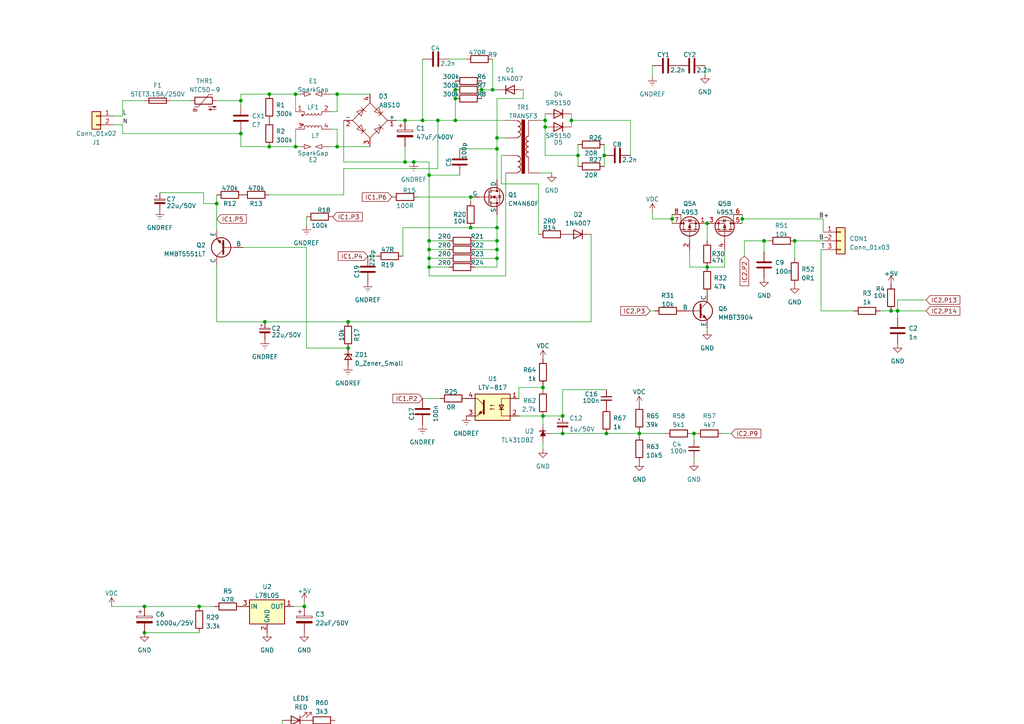
<source format=kicad_sch>
(kicad_sch (version 20230121) (generator eeschema)
  (paper "A4")
  (lib_symbols
    (symbol "Connector_Generic:Conn_01x02" (pin_names (offset 1.016) hide)
      (property "Reference" "J" (at 0 2.54 0))
      (property "Value" "Conn_01x02" (at 0 -5.08 0))
      (symbol "Conn_01x02_1_1"
        (pin passive line (at -5.08 0 0) (length 3.81) (name "Pin_1") (number "1"))
        (pin passive line (at -5.08 -2.54 0) (length 3.81) (name "Pin_2") (number "2"))
      )
    )
    (symbol "Connector_Generic:Conn_01x03" (pin_names (offset 1.016) hide)
      (property "Reference" "J" (at 0 5.08 0))
      (property "Value" "Conn_01x03" (at 0 -5.08 0))
      (symbol "Conn_01x03_1_1"
        (pin passive line (at -5.08 2.54 0) (length 3.81) (name "Pin_1") (number "1"))
        (pin passive line (at -5.08 0 0) (length 3.81) (name "Pin_2") (number "2"))
        (pin passive line (at -5.08 -2.54 0) (length 3.81) (name "Pin_3") (number "3"))
      )
    )
    (symbol "Device:C" (pin_numbers hide) (pin_names (offset 0.254))
      (property "Reference" "C" (at 0.635 2.54 0))
      (property "Value" "C" (at 0.635 -2.54 0))
      (symbol "C_1_1"
        (pin passive line (at 0 3.81 270) (length 2.794) (name "~") (number "1"))
        (pin passive line (at 0 -3.81 90) (length 2.794) (name "~") (number "2"))
      )
    )
    (symbol "Device:C_Polarized" (pin_numbers hide) (pin_names (offset 0.254))
      (property "Reference" "C" (at 0.635 2.54 0))
      (property "Value" "C_Polarized" (at 0.635 -2.54 0))
      (symbol "C_Polarized_1_1"
        (pin passive line (at 0 3.81 270) (length 2.794) (name "~") (number "1"))
        (pin passive line (at 0 -3.81 90) (length 2.794) (name "~") (number "2"))
      )
    )
    (symbol "Device:C_Polarized_Small" (pin_numbers hide) (pin_names (offset 0.254) hide)
      (property "Reference" "C" (at 0.254 1.778 0))
      (property "Value" "C_Polarized_Small" (at 0.254 -2.032 0))
      (symbol "C_Polarized_Small_1_1"
        (pin passive line (at 0 2.54 270) (length 1.8542) (name "~") (number "1"))
        (pin passive line (at 0 -2.54 90) (length 1.8542) (name "~") (number "2"))
      )
    )
    (symbol "Device:C_Small" (pin_numbers hide) (pin_names (offset 0.254) hide)
      (property "Reference" "C" (at 0.254 1.778 0))
      (property "Value" "C_Small" (at 0.254 -2.032 0))
      (symbol "C_Small_1_1"
        (pin passive line (at 0 2.54 270) (length 2.032) (name "~") (number "1"))
        (pin passive line (at 0 -2.54 90) (length 2.032) (name "~") (number "2"))
      )
    )
    (symbol "Device:D_Zener_Small" (pin_numbers hide) (pin_names (offset 0.254) hide)
      (property "Reference" "D" (at 0 2.286 0))
      (property "Value" "D_Zener_Small" (at 0 -2.286 0))
      (symbol "D_Zener_Small_1_1"
        (pin passive line (at -2.54 0 0) (length 1.778) (name "K") (number "1"))
        (pin passive line (at 2.54 0 180) (length 1.778) (name "A") (number "2"))
      )
    )
    (symbol "Device:Fuse" (pin_numbers hide) (pin_names (offset 0))
      (property "Reference" "F" (at 2.032 0 90))
      (property "Value" "Fuse" (at -1.905 0 90))
      (symbol "Fuse_1_1"
        (pin passive line (at 0 3.81 270) (length 1.27) (name "~") (number "1"))
        (pin passive line (at 0 -3.81 90) (length 1.27) (name "~") (number "2"))
      )
    )
    (symbol "Device:LED" (pin_numbers hide) (pin_names (offset 1.016) hide)
      (property "Reference" "D" (at 0 2.54 0))
      (property "Value" "LED" (at 0 -2.54 0))
      (symbol "LED_1_1"
        (pin passive line (at -3.81 0 0) (length 2.54) (name "K") (number "1"))
        (pin passive line (at 3.81 0 180) (length 2.54) (name "A") (number "2"))
      )
    )
    (symbol "Device:L_Coupled" (pin_names (offset 0.254) hide)
      (property "Reference" "L" (at 0 4.445 0))
      (property "Value" "L_Coupled" (at 0 -4.445 0))
      (symbol "L_Coupled_1_1"
        (pin passive line (at -5.08 2.54 0) (length 2.54) (name "1") (number "1"))
        (pin passive line (at 5.08 2.54 180) (length 2.54) (name "2") (number "2"))
        (pin passive line (at -5.08 -2.54 0) (length 2.54) (name "3") (number "3"))
        (pin passive line (at 5.08 -2.54 180) (length 2.54) (name "4") (number "4"))
      )
    )
    (symbol "Device:Q_Dual_PMOS_S1G1S2G2D2D2D1D1" (pin_names (offset 0) hide)
      (property "Reference" "Q" (at 6.35 1.27 0))
      (property "Value" "Q_Dual_PMOS_S1G1S2G2D2D2D1D1" (at 21.59 -1.27 0))
      (symbol "Q_Dual_PMOS_S1G1S2G2D2D2D1D1_1_1"
        (pin passive line (at 2.54 -5.08 90) (length 2.54) (name "S") (number "1"))
        (pin input line (at -5.08 0 0) (length 2.54) (name "G") (number "2"))
        (pin passive line (at 2.54 5.08 270) (length 2.54) (name "D") (number "7"))
        (pin passive line (at 5.08 5.08 270) (length 2.54) (name "G") (number "8"))
      )
      (symbol "Q_Dual_PMOS_S1G1S2G2D2D2D1D1_2_1"
        (pin passive line (at 2.54 -5.08 90) (length 2.54) (name "S") (number "3"))
        (pin input line (at -5.08 0 0) (length 2.54) (name "G") (number "4"))
        (pin passive line (at 2.54 5.08 270) (length 2.54) (name "D") (number "5"))
        (pin passive line (at 5.08 5.08 270) (length 2.54) (name "G") (number "6"))
      )
    )
    (symbol "Device:R" (pin_numbers hide) (pin_names (offset 0))
      (property "Reference" "R" (at 2.032 0 90))
      (property "Value" "R" (at 0 0 90))
      (symbol "R_1_1"
        (pin passive line (at 0 3.81 270) (length 1.27) (name "~") (number "1"))
        (pin passive line (at 0 -3.81 90) (length 1.27) (name "~") (number "2"))
      )
    )
    (symbol "Device:SparkGap" (pin_numbers hide) (pin_names (offset 0))
      (property "Reference" "E" (at 0 2.032 0))
      (property "Value" "SparkGap" (at 0 -1.905 0))
      (symbol "SparkGap_1_1"
        (pin passive line (at -5.08 0 0) (length 2.54) (name "~") (number "1"))
        (pin passive line (at 5.08 0 180) (length 2.54) (name "~") (number "2"))
      )
    )
    (symbol "Device:Thermistor_NTC" (pin_numbers hide) (pin_names (offset 0))
      (property "Reference" "TH" (at -4.445 0 90))
      (property "Value" "Thermistor_NTC" (at 3.175 0 90))
      (symbol "Thermistor_NTC_1_1"
        (pin passive line (at 0 3.81 270) (length 1.27) (name "~") (number "1"))
        (pin passive line (at 0 -3.81 90) (length 1.27) (name "~") (number "2"))
      )
    )
    (symbol "Diode:1N4007" (pin_numbers hide) (pin_names hide)
      (property "Reference" "D" (at 0 2.54 0))
      (property "Value" "1N4007" (at 0 -2.54 0))
      (symbol "1N4007_1_1"
        (pin passive line (at -3.81 0 0) (length 2.54) (name "K") (number "1"))
        (pin passive line (at 3.81 0 180) (length 2.54) (name "A") (number "2"))
      )
    )
    (symbol "Diode_Bridge:ABS10" (pin_names (offset 0))
      (property "Reference" "D" (at 2.54 6.985 0))
      (property "Value" "ABS10" (at 2.54 5.08 0))
      (symbol "ABS10_1_1"
        (pin passive line (at 7.62 0 180) (length 2.54) (name "+") (number "1"))
        (pin passive line (at -7.62 0 0) (length 2.54) (name "-") (number "2"))
        (pin passive line (at 0 -7.62 90) (length 2.54) (name "~") (number "3"))
        (pin passive line (at 0 7.62 270) (length 2.54) (name "~") (number "4"))
      )
    )
    (symbol "Driver_Motor:A4953_LJ" (pin_names (offset 1.016))
      (property "Reference" "U" (at -7.62 8.89 0))
      (property "Value" "A4953_LJ" (at 5.08 8.89 0))
      (symbol "A4953_LJ_1_1"
        (pin power_in line (at 0 -10.16 90) (length 2.54) (name "GND") (number "1"))
        (pin input line (at -10.16 2.54 0) (length 2.54) (name "IN2") (number "2"))
        (pin input line (at -10.16 5.08 0) (length 2.54) (name "IN1") (number "3"))
        (pin passive line (at -10.16 -2.54 0) (length 2.54) (name "VREF") (number "4"))
        (pin power_in line (at 0 10.16 270) (length 2.54) (name "VBB") (number "5"))
        (pin power_out line (at 10.16 5.08 180) (length 2.54) (name "OUT1") (number "6"))
        (pin power_in line (at 10.16 0 180) (length 2.54) (name "LSS") (number "7"))
        (pin power_out line (at 10.16 2.54 180) (length 2.54) (name "OUT2") (number "8"))
        (pin power_in line (at 2.54 -10.16 90) (length 2.54) (name "PAD") (number "9"))
      )
    )
    (symbol "Isolator:LTV-817" (pin_names (offset 1.016))
      (property "Reference" "U" (at -5.08 5.08 0))
      (property "Value" "LTV-817" (at 0 5.08 0))
      (symbol "LTV-817_1_1"
        (pin passive line (at -7.62 2.54 0) (length 2.54) (name "~") (number "1"))
        (pin passive line (at -7.62 -2.54 0) (length 2.54) (name "~") (number "2"))
        (pin passive line (at 7.62 -2.54 180) (length 2.54) (name "~") (number "3"))
        (pin passive line (at 7.62 2.54 180) (length 2.54) (name "~") (number "4"))
      )
    )
    (symbol "Reference_Voltage:TL431DBZ" (pin_numbers hide) (pin_names hide)
      (property "Reference" "U" (at -2.54 2.54 0))
      (property "Value" "TL431DBZ" (at 0 -2.54 0))
      (symbol "TL431DBZ_1_1"
        (pin passive line (at 2.54 0 180) (length 2.54) (name "K") (number "1"))
        (pin passive line (at 0 2.54 270) (length 2.54) (name "REF") (number "2"))
        (pin passive line (at -2.54 0 0) (length 2.54) (name "A") (number "3"))
      )
    )
    (symbol "Regulator_Linear:L78L05_SOT89" (pin_names (offset 0.254))
      (property "Reference" "U" (at -3.81 3.175 0))
      (property "Value" "L78L05_SOT89" (at -0.635 3.175 0))
      (symbol "L78L05_SOT89_1_1"
        (pin power_out line (at 7.62 0 180) (length 2.54) (name "OUT") (number "1"))
        (pin power_in line (at 0 -7.62 90) (length 2.54) (name "GND") (number "2"))
        (pin power_in line (at -7.62 0 0) (length 2.54) (name "IN") (number "3"))
      )
    )
    (symbol "Simulation_SPICE:NMOS" (pin_numbers hide) (pin_names (offset 0))
      (property "Reference" "Q" (at 5.08 1.27 0))
      (property "Value" "NMOS" (at 5.08 -1.27 0))
      (symbol "NMOS_1_1"
        (pin passive line (at 2.54 5.08 270) (length 2.54) (name "D") (number "1"))
        (pin input line (at -5.08 0 0) (length 2.54) (name "G") (number "2"))
        (pin passive line (at 2.54 -5.08 90) (length 2.54) (name "S") (number "3"))
      )
    )
    (symbol "Simulation_SPICE:NPN" (pin_numbers hide) (pin_names (offset 0))
      (property "Reference" "Q" (at -2.54 7.62 0))
      (property "Value" "NPN" (at -2.54 5.08 0))
      (symbol "NPN_1_1"
        (pin open_collector line (at 2.54 5.08 270) (length 2.54) (name "C") (number "1"))
        (pin input line (at -5.08 0 0) (length 2.54) (name "B") (number "2"))
        (pin open_emitter line (at 2.54 -5.08 90) (length 2.54) (name "E") (number "3"))
      )
    )
    (symbol "Simulation_SPICE:PNP" (pin_numbers hide) (pin_names (offset 0))
      (property "Reference" "Q" (at -2.54 7.62 0))
      (property "Value" "PNP" (at -2.54 5.08 0))
      (symbol "PNP_1_1"
        (pin open_collector line (at 2.54 5.08 270) (length 2.54) (name "C") (number "1"))
        (pin input line (at -5.08 0 0) (length 2.54) (name "B") (number "2"))
        (pin open_emitter line (at 2.54 -5.08 90) (length 2.54) (name "E") (number "3"))
      )
    )
    (symbol "Transformer:TRANSF3" (pin_numbers hide) (pin_names (offset 0))
      (property "Reference" "TR" (at 0 8.89 0))
      (property "Value" "TRANSF3" (at 0 -8.89 0))
      (symbol "TRANSF3_1_1"
        (pin passive line (at -5.08 7.62 0) (length 2.54) (name "~") (number "1"))
        (pin passive line (at -5.08 -7.62 0) (length 2.54) (name "~") (number "2"))
        (pin passive line (at 5.08 7.62 180) (length 2.54) (name "~") (number "3"))
        (pin passive line (at 5.08 2.54 180) (length 2.54) (name "~") (number "4"))
        (pin passive line (at 5.08 -2.54 180) (length 2.54) (name "~") (number "5"))
        (pin passive line (at 5.08 -7.62 180) (length 2.54) (name "~") (number "6"))
      )
    )
    (symbol "power:+5V" (power) (pin_names (offset 0))
      (property "Value" "+5V" (at 0 3.556 0))
      (symbol "+5V_1_1"
        (pin power_in line (at 0 0 90) (length 0) hide (name "+5V") (number "1"))
      )
    )
    (symbol "power:GND" (power) (pin_names (offset 0))
      (property "Value" "GND" (at 0 -3.81 0))
      (symbol "GND_1_1"
        (pin power_in line (at 0 0 270) (length 0) hide (name "GND") (number "1"))
      )
    )
    (symbol "power:GNDREF" (power) (pin_names (offset 0))
      (property "Value" "GNDREF" (at 0 -3.81 0))
      (symbol "GNDREF_1_1"
        (pin power_in line (at 0 0 270) (length 0) hide (name "GNDREF") (number "1"))
      )
    )
    (symbol "power:VDC" (power) (pin_names (offset 0))
      (property "Value" "VDC" (at 0 6.35 0))
      (symbol "VDC_1_1"
        (pin power_in line (at 0 0 90) (length 0) hide (name "VDC") (number "1"))
      )
    )
  )
  (junction (at 185.42 125.73))
  (junction (at 230.505 69.85))
  (junction (at 205.105 64.77))
  (junction (at 69.85 29.21))
  (junction (at 258.445 90.17))
  (junction (at 167.64 45.085))
  (junction (at 100.965 93.345))
  (junction (at 41.91 183.515))
  (junction (at 100.965 100.965))
  (junction (at 81.915 215.9))
  (junction (at 221.615 69.85))
  (junction (at 88.265 175.895))
  (junction (at 62.865 59.055))
  (junction (at 117.475 34.925))
  (junction (at 122.555 34.925))
  (junction (at 132.08 28.575))
  (junction (at 205.105 77.47))
  (junction (at 124.46 74.93))
  (junction (at 163.195 125.73))
  (junction (at 139.7 26.035))
  (junction (at 124.46 77.47))
  (junction (at 124.46 69.85))
  (junction (at 127 34.925))
  (junction (at 78.105 27.305))
  (junction (at 57.785 175.895))
  (junction (at 124.46 72.39))
  (junction (at 158.115 36.83))
  (junction (at 142.875 26.035))
  (junction (at 260.35 90.17))
  (junction (at 144.145 40.005))
  (junction (at 136.525 57.15))
  (junction (at 144.145 74.93))
  (junction (at 175.895 125.73))
  (junction (at 132.08 26.035))
  (junction (at 48.26 241.935))
  (junction (at 165.735 34.925))
  (junction (at 124.46 50.8))
  (junction (at 40.64 228.6))
  (junction (at 120.015 46.99))
  (junction (at 132.08 34.925))
  (junction (at 201.295 125.73))
  (junction (at 55.245 241.935))
  (junction (at 76.835 93.345))
  (junction (at 157.48 112.395))
  (junction (at 158.115 34.925))
  (junction (at 144.145 72.39))
  (junction (at 78.105 42.545))
  (junction (at 117.475 46.99))
  (junction (at 157.48 120.65))
  (junction (at 85.725 27.305))
  (junction (at 215.265 63.5))
  (junction (at 194.945 63.5))
  (junction (at 136.525 66.04))
  (junction (at 97.79 27.305))
  (junction (at 144.145 66.04))
  (junction (at 144.145 69.85))
  (junction (at 97.79 42.545))
  (junction (at 69.85 38.735))
  (junction (at 175.26 45.085))
  (junction (at 85.725 42.545))
  (junction (at 41.91 175.895))
  (junction (at 144.145 43.18))
  (junction (at 163.195 120.65))
  (wire (pts (xy 69.85 38.735) (xy 35.56 38.735)))
  (wire (pts (xy 124.46 69.85) (xy 130.175 69.85)))
  (wire (pts (xy 114.935 34.925) (xy 117.475 34.925)))
  (wire (pts (xy 40.64 220.98) (xy 48.26 220.98)))
  (wire (pts (xy 97.79 37.465) (xy 97.79 42.545)))
  (wire (pts (xy 117.475 46.99) (xy 120.015 46.99)))
  (wire (pts (xy 145.415 45.085) (xy 145.415 53.34)))
  (wire (pts (xy 99.695 46.99) (xy 117.475 46.99)))
  (wire (pts (xy 201.295 132.715) (xy 201.295 133.985)))
  (wire (pts (xy 59.055 59.055) (xy 62.865 59.055)))
  (wire (pts (xy 35.56 29.21) (xy 41.91 29.21)))
  (wire (pts (xy 230.505 69.85) (xy 238.76 69.85)))
  (wire (pts (xy 132.08 28.575) (xy 132.08 34.925)))
  (wire (pts (xy 55.245 249.555) (xy 55.245 250.825)))
  (wire (pts (xy 146.685 80.01) (xy 124.46 80.01)))
  (wire (pts (xy 122.555 34.925) (xy 127 34.925)))
  (wire (pts (xy 33.02 33.655) (xy 35.56 33.655)))
  (wire (pts (xy 144.145 26.035) (xy 142.875 26.035)))
  (wire (pts (xy 78.105 42.545) (xy 85.725 42.545)))
  (wire (pts (xy 124.46 72.39) (xy 130.175 72.39)))
  (wire (pts (xy 100.965 100.965) (xy 88.9 100.965)))
  (wire (pts (xy 171.45 67.945) (xy 171.45 93.345)))
  (wire (pts (xy 122.555 115.57) (xy 127.635 115.57)))
  (wire (pts (xy 48.26 241.935) (xy 55.245 241.935)))
  (wire (pts (xy 145.415 53.34) (xy 156.21 53.34)))
  (wire (pts (xy 76.835 93.345) (xy 62.865 93.345)))
  (wire (pts (xy 33.02 36.195) (xy 35.56 36.195)))
  (wire (pts (xy 100.965 93.345) (xy 76.835 93.345)))
  (wire (pts (xy 81.915 208.915) (xy 81.915 215.9)))
  (wire (pts (xy 165.735 34.925) (xy 165.735 36.83)))
  (wire (pts (xy 88.265 174.625) (xy 88.265 175.895)))
  (wire (pts (xy 127 34.925) (xy 132.08 34.925)))
  (wire (pts (xy 158.115 33.02) (xy 158.115 34.925)))
  (wire (pts (xy 117.475 34.925) (xy 122.555 34.925)))
  (wire (pts (xy 95.885 27.305) (xy 97.79 27.305)))
  (wire (pts (xy 167.64 45.085) (xy 158.115 45.085)))
  (wire (pts (xy 97.79 27.305) (xy 97.79 32.385)))
  (wire (pts (xy 221.615 73.025) (xy 221.615 69.85)))
  (wire (pts (xy 146.685 50.165) (xy 146.685 80.01)))
  (wire (pts (xy 144.145 77.47) (xy 144.145 74.93)))
  (wire (pts (xy 157.48 112.395) (xy 157.48 113.03)))
  (wire (pts (xy 116.84 66.04) (xy 116.84 74.295)))
  (wire (pts (xy 124.46 72.39) (xy 124.46 74.93)))
  (wire (pts (xy 69.85 29.21) (xy 69.85 30.48)))
  (wire (pts (xy 35.56 33.655) (xy 35.56 29.21)))
  (wire (pts (xy 156.21 53.34) (xy 156.21 67.945)))
  (wire (pts (xy 48.26 220.98) (xy 48.26 223.52)))
  (wire (pts (xy 139.7 26.035) (xy 139.7 28.575)))
  (wire (pts (xy 175.895 125.73) (xy 163.195 125.73)))
  (wire (pts (xy 69.85 29.21) (xy 69.85 27.305)))
  (wire (pts (xy 151.765 28.575) (xy 144.145 28.575)))
  (wire (pts (xy 137.795 77.47) (xy 144.145 77.47)))
  (wire (pts (xy 88.9 62.865) (xy 88.9 65.405)))
  (wire (pts (xy 158.115 45.085) (xy 158.115 36.83)))
  (wire (pts (xy 69.85 38.735) (xy 69.85 42.545)))
  (wire (pts (xy 124.46 50.8) (xy 133.35 50.8)))
  (wire (pts (xy 215.265 62.23) (xy 215.265 63.5)))
  (wire (pts (xy 157.48 111.76) (xy 157.48 112.395)))
  (wire (pts (xy 160.02 125.73) (xy 163.195 125.73)))
  (wire (pts (xy 194.945 62.23) (xy 194.945 63.5)))
  (wire (pts (xy 88.9 71.755) (xy 70.485 71.755)))
  (wire (pts (xy 221.615 69.85) (xy 222.885 69.85)))
  (wire (pts (xy 200.025 72.39) (xy 200.025 77.47)))
  (wire (pts (xy 137.795 72.39) (xy 144.145 72.39)))
  (wire (pts (xy 85.725 37.465) (xy 85.725 42.545)))
  (wire (pts (xy 175.26 45.085) (xy 175.26 48.26)))
  (wire (pts (xy 69.85 27.305) (xy 78.105 27.305)))
  (wire (pts (xy 210.185 77.47) (xy 205.105 77.47)))
  (wire (pts (xy 201.295 125.73) (xy 201.93 125.73)))
  (wire (pts (xy 122.555 17.145) (xy 122.555 34.925)))
  (wire (pts (xy 238.125 72.39) (xy 238.76 72.39)))
  (wire (pts (xy 144.145 40.005) (xy 144.145 43.18)))
  (wire (pts (xy 144.145 69.85) (xy 137.795 69.85)))
  (wire (pts (xy 182.88 34.925) (xy 182.88 45.085)))
  (wire (pts (xy 215.9 69.85) (xy 221.615 69.85)))
  (wire (pts (xy 144.145 74.93) (xy 144.145 72.39)))
  (wire (pts (xy 48.26 241.3) (xy 48.26 241.935)))
  (wire (pts (xy 144.145 62.23) (xy 144.145 66.04)))
  (wire (pts (xy 35.56 38.735) (xy 35.56 36.195)))
  (wire (pts (xy 57.785 175.895) (xy 62.23 175.895)))
  (wire (pts (xy 205.105 95.25) (xy 205.105 95.885)))
  (wire (pts (xy 132.08 26.035) (xy 132.08 28.575)))
  (wire (pts (xy 137.795 74.93) (xy 144.145 74.93)))
  (wire (pts (xy 189.23 61.595) (xy 189.23 63.5)))
  (wire (pts (xy 215.9 69.85) (xy 215.9 74.295)))
  (wire (pts (xy 204.47 19.05) (xy 204.47 21.59)))
  (wire (pts (xy 255.27 90.17) (xy 258.445 90.17)))
  (wire (pts (xy 41.91 175.895) (xy 57.785 175.895)))
  (wire (pts (xy 150.495 115.57) (xy 150.495 112.395)))
  (wire (pts (xy 142.875 17.145) (xy 142.875 26.035)))
  (wire (pts (xy 144.145 28.575) (xy 144.145 40.005)))
  (wire (pts (xy 165.735 33.02) (xy 165.735 34.925)))
  (wire (pts (xy 136.525 66.04) (xy 144.145 66.04)))
  (wire (pts (xy 95.885 37.465) (xy 97.79 37.465)))
  (wire (pts (xy 150.495 112.395) (xy 157.48 112.395)))
  (wire (pts (xy 78.105 56.515) (xy 99.695 56.515)))
  (wire (pts (xy 99.695 34.925) (xy 99.695 46.99)))
  (wire (pts (xy 142.875 26.035) (xy 139.7 26.035)))
  (wire (pts (xy 157.48 120.65) (xy 157.48 123.19)))
  (wire (pts (xy 132.08 23.495) (xy 132.08 26.035)))
  (wire (pts (xy 124.46 46.99) (xy 124.46 50.8)))
  (wire (pts (xy 189.23 63.5) (xy 194.945 63.5)))
  (wire (pts (xy 78.105 27.305) (xy 85.725 27.305)))
  (wire (pts (xy 97.79 27.305) (xy 107.315 27.305)))
  (wire (pts (xy 88.9 100.965) (xy 88.9 71.755)))
  (wire (pts (xy 146.685 40.005) (xy 144.145 40.005)))
  (wire (pts (xy 55.245 241.935) (xy 57.15 241.935)))
  (wire (pts (xy 258.445 90.17) (xy 260.35 90.17)))
  (wire (pts (xy 157.48 120.65) (xy 150.495 120.65)))
  (wire (pts (xy 215.265 63.5) (xy 238.76 63.5)))
  (wire (pts (xy 81.915 215.9) (xy 81.915 221.615)))
  (wire (pts (xy 238.125 90.17) (xy 247.65 90.17)))
  (wire (pts (xy 185.42 125.73) (xy 193.04 125.73)))
  (wire (pts (xy 201.295 125.73) (xy 201.295 127.635)))
  (wire (pts (xy 136.525 57.15) (xy 121.285 57.15)))
  (wire (pts (xy 97.79 42.545) (xy 107.315 42.545)))
  (wire (pts (xy 200.66 125.73) (xy 201.295 125.73)))
  (wire (pts (xy 157.48 120.65) (xy 163.195 120.65)))
  (wire (pts (xy 69.85 42.545) (xy 78.105 42.545)))
  (wire (pts (xy 132.08 34.925) (xy 146.685 34.925)))
  (wire (pts (xy 85.725 27.305) (xy 85.725 32.385)))
  (wire (pts (xy 188.595 90.17) (xy 189.865 90.17)))
  (wire (pts (xy 124.46 77.47) (xy 124.46 74.93)))
  (wire (pts (xy 78.74 215.9) (xy 81.915 215.9)))
  (wire (pts (xy 238.76 63.5) (xy 238.76 67.31)))
  (wire (pts (xy 116.84 66.04) (xy 136.525 66.04)))
  (wire (pts (xy 49.53 29.21) (xy 55.245 29.21)))
  (wire (pts (xy 215.265 63.5) (xy 215.265 64.77)))
  (wire (pts (xy 210.185 72.39) (xy 210.185 77.47)))
  (wire (pts (xy 106.68 74.295) (xy 109.22 74.295)))
  (wire (pts (xy 144.145 66.04) (xy 144.145 69.85)))
  (wire (pts (xy 69.215 215.9) (xy 71.12 215.9)))
  (wire (pts (xy 260.35 90.17) (xy 260.35 92.075)))
  (wire (pts (xy 175.26 41.91) (xy 175.26 45.085)))
  (wire (pts (xy 124.46 80.01) (xy 124.46 77.47)))
  (wire (pts (xy 97.79 42.545) (xy 95.885 42.545)))
  (wire (pts (xy 97.79 32.385) (xy 95.885 32.385)))
  (wire (pts (xy 120.015 46.99) (xy 124.46 46.99)))
  (wire (pts (xy 139.7 23.495) (xy 139.7 26.035)))
  (wire (pts (xy 124.46 69.85) (xy 124.46 72.39)))
  (wire (pts (xy 260.35 86.995) (xy 260.35 90.17)))
  (wire (pts (xy 99.695 56.515) (xy 99.695 48.895)))
  (wire (pts (xy 260.35 90.17) (xy 268.605 90.17)))
  (wire (pts (xy 48.26 241.935) (xy 48.26 243.205)))
  (wire (pts (xy 185.42 125.095) (xy 185.42 125.73)))
  (wire (pts (xy 175.895 125.73) (xy 185.42 125.73)))
  (wire (pts (xy 167.64 45.085) (xy 167.64 48.26)))
  (wire (pts (xy 130.175 77.47) (xy 124.46 77.47)))
  (wire (pts (xy 205.105 64.77) (xy 205.105 69.85)))
  (wire (pts (xy 200.025 77.47) (xy 205.105 77.47)))
  (wire (pts (xy 209.55 125.73) (xy 212.09 125.73)))
  (wire (pts (xy 99.695 48.895) (xy 127 48.895)))
  (wire (pts (xy 144.145 43.18) (xy 144.145 52.07)))
  (wire (pts (xy 165.735 34.925) (xy 182.88 34.925)))
  (wire (pts (xy 194.945 63.5) (xy 194.945 64.77)))
  (wire (pts (xy 46.355 55.88) (xy 59.055 55.88)))
  (wire (pts (xy 185.42 125.73) (xy 185.42 126.365)))
  (wire (pts (xy 157.48 128.27) (xy 157.48 130.175)))
  (wire (pts (xy 62.865 93.345) (xy 62.865 76.835)))
  (wire (pts (xy 117.475 42.545) (xy 117.475 46.99)))
  (wire (pts (xy 130.175 17.145) (xy 135.255 17.145)))
  (wire (pts (xy 144.145 72.39) (xy 144.145 69.85)))
  (wire (pts (xy 189.23 19.05) (xy 189.23 22.225)))
  (wire (pts (xy 268.605 86.995) (xy 260.35 86.995)))
  (wire (pts (xy 167.64 41.91) (xy 167.64 45.085)))
  (wire (pts (xy 127 48.895) (xy 127 34.925)))
  (wire (pts (xy 158.115 34.925) (xy 158.115 36.83)))
  (wire (pts (xy 62.865 59.055) (xy 62.865 66.675)))
  (wire (pts (xy 124.46 50.8) (xy 124.46 69.85)))
  (wire (pts (xy 238.125 72.39) (xy 238.125 90.17)))
  (wire (pts (xy 40.64 250.825) (xy 40.64 246.38)))
  (wire (pts (xy 41.91 183.515) (xy 57.785 183.515)))
  (wire (pts (xy 146.685 45.085) (xy 145.415 45.085)))
  (wire (pts (xy 156.845 34.925) (xy 158.115 34.925)))
  (wire (pts (xy 133.35 43.18) (xy 144.145 43.18)))
  (wire (pts (xy 32.385 175.895) (xy 41.91 175.895)))
  (wire (pts (xy 136.525 57.15) (xy 136.525 58.42)))
  (wire (pts (xy 163.195 113.03) (xy 163.195 120.65)))
  (wire (pts (xy 85.09 175.895) (xy 88.265 175.895)))
  (wire (pts (xy 230.505 69.85) (xy 230.505 74.93)))
  (wire (pts (xy 62.865 56.515) (xy 62.865 59.055)))
  (wire (pts (xy 62.865 29.21) (xy 69.85 29.21)))
  (wire (pts (xy 156.845 50.165) (xy 160.02 50.165)))
  (wire (pts (xy 171.45 93.345) (xy 100.965 93.345)))
  (wire (pts (xy 69.85 38.1) (xy 69.85 38.735)))
  (wire (pts (xy 59.055 55.88) (xy 59.055 59.055)))
  (wire (pts (xy 163.195 113.03) (xy 175.895 113.03)))
  (wire (pts (xy 151.765 26.035) (xy 151.765 28.575)))
  (wire (pts (xy 124.46 74.93) (xy 130.175 74.93)))
  (label "N" (at 35.56 36.195 0))
  (label "B-" (at 237.49 69.85 0))
  (label "B+" (at 44.45 220.98 0))
  (label "T" (at 238.125 72.39 0))
  (label "L" (at 35.56 33.655 0))
  (label "B+" (at 237.49 63.5 0))
  (global_label "IC2.P2" (shape input) (at 215.9 74.295 270) (property "Intersheetrefs" "${INTERSHEET_REFS}" (effects hide)))
  (global_label "IC1.P5" (shape input) (at 62.865 63.5 0) (property "Intersheetrefs" "${INTERSHEET_REFS}" (effects hide)))
  (global_label "IC2.P3" (shape input) (at 188.595 90.17 180) (property "Intersheetrefs" "${INTERSHEET_REFS}" (effects hide)))
  (global_label "IC2.P13" (shape input) (at 268.605 86.995 0) (property "Intersheetrefs" "${INTERSHEET_REFS}" (effects hide)))
  (global_label "IC2.P14" (shape input) (at 268.605 90.17 0) (property "Intersheetrefs" "${INTERSHEET_REFS}" (effects hide)))
  (global_label "IC1.P3" (shape input) (at 96.52 62.865 0) (property "Intersheetrefs" "${INTERSHEET_REFS}" (effects hide)))
  (global_label "IC1.P2" (shape input) (at 122.555 115.57 180) (property "Intersheetrefs" "${INTERSHEET_REFS}" (effects hide)))
  (global_label "IC1.P6" (shape input) (at 113.665 57.15 180) (property "Intersheetrefs" "${INTERSHEET_REFS}" (effects hide)))
  (global_label "IC2.P5" (shape input) (at 25.4 241.3 180) (property "Intersheetrefs" "${INTERSHEET_REFS}" (effects hide)))
  (global_label "IC2.P9" (shape input) (at 212.09 125.73 0) (property "Intersheetrefs" "${INTERSHEET_REFS}" (effects hide)))
  (global_label "IC1.P4" (shape input) (at 106.68 74.295 180) (property "Intersheetrefs" "${INTERSHEET_REFS}" (effects hide)))
  (global_label "IC2.P8" (shape input) (at 57.15 241.935 0) (property "Intersheetrefs" "${INTERSHEET_REFS}" (effects hide)))
  (symbol (lib_id "power:GNDREF") (at 122.555 123.19 0) (unit 1)
    (property "Reference" "#PWR023" (effects hide))
    (property "Value" "GNDREF" (at 122.555 128.27 0))
  )
  (symbol (lib_id "Device:R") (at 93.345 221.615 90) (unit 1)
    (property "Reference" "R61" (at 93.345 216.535 90))
    (property "Value" "470R" (at 93.345 219.075 90))
  )
  (symbol (lib_id "Device:Q_Dual_PMOS_S1G1S2G2D2D2D1D1") (at 210.185 67.31 270) (mirror x) (unit 2)
    (property "Reference" "Q5" (at 210.185 59.055 90))
    (property "Value" "4953" (at 210.185 61.595 90))
  )
  (symbol (lib_id "power:VDC") (at 157.48 104.14 0) (mirror y) (unit 1)
    (property "Reference" "#PWR011" (effects hide))
    (property "Value" "VDC" (at 157.48 100.33 0))
  )
  (symbol (lib_id "Device:R") (at 117.475 57.15 90) (unit 1)
    (property "Reference" "R15" (at 118.745 55.245 90))
    (property "Value" "100R" (at 117.475 59.69 90))
  )
  (symbol (lib_id "Device:R") (at 48.26 237.49 0) (mirror x) (unit 1)
    (property "Reference" "R48" (at 46.355 236.855 0) (effects (justify right)))
    (property "Value" "47k" (at 46.355 239.395 0) (effects (justify right)))
  )
  (symbol (lib_id "Diode:1N4007") (at 161.925 33.02 180) (unit 1)
    (property "Reference" "D4" (at 161.925 27.305 0))
    (property "Value" "SR5150" (at 161.925 29.845 0))
    (property "Footprint" "Diode_THT:D_DO-41_SOD81_P10.16mm_Horizontal" (effects hide))
    (property "Datasheet" "http://www.vishay.com/docs/88503/1n4001.pdf" (effects hide))
    (property "Sim.Device" "D" (effects hide))
    (property "Sim.Pins" "1=K 2=A" (effects hide))
  )
  (symbol (lib_id "Device:R") (at 157.48 116.84 0) (mirror x) (unit 1)
    (property "Reference" "R62" (at 155.575 116.205 0) (effects (justify right)))
    (property "Value" "2.7k" (at 155.575 118.745 0) (effects (justify right)))
  )
  (symbol (lib_id "power:GND") (at 260.35 99.695 0) (unit 1)
    (property "Reference" "#PWR010" (effects hide))
    (property "Value" "GND" (at 260.35 104.775 0))
  )
  (symbol (lib_id "Simulation_SPICE:NPN") (at 202.565 90.17 0) (unit 1)
    (property "Reference" "Q6" (at 208.28 89.535 0) (effects (justify left)))
    (property "Value" "MMBT3904" (at 208.28 92.075 0) (effects (justify left)))
    (property "Sim.Device" "NPN" (effects hide))
    (property "Sim.Type" "GUMMELPOON" (effects hide))
    (property "Sim.Pins" "1=C 2=B 3=E" (effects hide))
  )
  (symbol (lib_id "Device:R") (at 175.895 121.92 180) (unit 1)
    (property "Reference" "R67" (at 177.8 121.285 0) (effects (justify right)))
    (property "Value" "1k" (at 177.8 123.825 0) (effects (justify right)))
  )
  (symbol (lib_id "power:GNDREF") (at 46.355 60.96 0) (unit 1)
    (property "Reference" "#PWR027" (effects hide))
    (property "Value" "GNDREF" (at 46.355 66.04 0))
  )
  (symbol (lib_id "Device:R") (at 135.89 28.575 90) (unit 1)
    (property "Reference" "R8" (at 139.7 27.305 90))
    (property "Value" "300k" (at 130.81 27.305 90))
  )
  (symbol (lib_id "Device:R") (at 160.02 67.945 90) (unit 1)
    (property "Reference" "R14" (at 159.385 66.04 90))
    (property "Value" "2R0" (at 159.385 64.135 90))
  )
  (symbol (lib_id "Device:C") (at 221.615 76.835 0) (unit 1)
    (property "Reference" "C9" (at 224.79 76.2 0) (effects (justify left)))
    (property "Value" "100n" (at 224.79 78.74 0) (effects (justify left)))
  )
  (symbol (lib_id "Device:Fuse") (at 45.72 29.21 90) (unit 1)
    (property "Reference" "F1" (at 45.72 24.765 90))
    (property "Value" "5TET3.15A/250V" (at 45.72 27.305 90))
  )
  (symbol (lib_id "Device:C_Small") (at 201.295 130.175 0) (unit 1)
    (property "Reference" "C4" (at 194.945 128.905 0) (effects (justify left)))
    (property "Value" "100n" (at 194.31 130.81 0) (effects (justify left)))
  )
  (symbol (lib_id "Device:C") (at 200.66 19.05 90) (unit 1)
    (property "Reference" "CY2" (at 201.93 15.875 90) (effects (justify left)))
    (property "Value" "2.2n" (at 206.375 20.32 90) (effects (justify left)))
  )
  (symbol (lib_id "Transformer:TRANSF3") (at 151.765 42.545 180) (unit 1)
    (property "Reference" "TR1" (at 151.765 31.115 0))
    (property "Value" "TRANSF3" (at 151.765 33.655 0))
  )
  (symbol (lib_id "Reference_Voltage:TL431DBZ") (at 157.48 125.73 270) (mirror x) (unit 1)
    (property "Reference" "U2" (at 154.94 125.095 90) (effects (justify right)))
    (property "Value" "TL431DBZ" (at 154.94 127.635 90) (effects (justify right)))
    (property "Footprint" "Package_TO_SOT_SMD:SOT-23" (effects hide))
    (property "Datasheet" "http://www.ti.com/lit/ds/symlink/tl431.pdf" (effects hide))
  )
  (symbol (lib_id "Device:R") (at 171.45 41.91 90) (unit 1)
    (property "Reference" "R26" (at 172.72 40.005 90))
    (property "Value" "20R" (at 171.45 44.45 90))
  )
  (symbol (lib_id "Device:C_Polarized") (at 117.475 38.735 0) (unit 1)
    (property "Reference" "C1" (at 120.65 37.211 0) (effects (justify left)))
    (property "Value" "47uF/400V" (at 120.65 39.751 0) (effects (justify left)))
  )
  (symbol (lib_id "Device:LED") (at 85.725 208.915 180) (unit 1)
    (property "Reference" "LED1" (at 87.3125 202.565 0))
    (property "Value" "RED" (at 87.3125 205.105 0))
  )
  (symbol (lib_id "power:GNDREF") (at 88.9 65.405 0) (unit 1)
    (property "Reference" "#PWR025" (effects hide))
    (property "Value" "GNDREF" (at 88.9 70.485 0))
  )
  (symbol (lib_id "Diode:1N4007") (at 161.925 36.83 180) (unit 1)
    (property "Reference" "D5" (at 161.925 41.275 0))
    (property "Value" "SR5150" (at 161.925 39.37 0))
    (property "Footprint" "Diode_THT:D_DO-41_SOD81_P10.16mm_Horizontal" (effects hide))
    (property "Datasheet" "http://www.vishay.com/docs/88503/1n4001.pdf" (effects hide))
    (property "Sim.Device" "D" (effects hide))
    (property "Sim.Pins" "1=K 2=A" (effects hide))
  )
  (symbol (lib_id "power:GND") (at 77.47 183.515 0) (unit 1)
    (property "Reference" "#PWR04" (effects hide))
    (property "Value" "GND" (at 77.47 188.595 0))
  )
  (symbol (lib_id "Device:C_Polarized_Small") (at 46.355 58.42 0) (unit 1)
    (property "Reference" "C7" (at 48.26 57.785 0) (effects (justify left)))
    (property "Value" "22u/50V" (at 48.26 59.69 0) (effects (justify left)))
  )
  (symbol (lib_id "power:GNDREF") (at 135.255 120.65 0) (unit 1)
    (property "Reference" "#PWR022" (effects hide))
    (property "Value" "GNDREF" (at 135.255 125.73 0))
  )
  (symbol (lib_id "Device:R") (at 74.295 56.515 90) (unit 1)
    (property "Reference" "R13" (at 74.295 59.055 90))
    (property "Value" "470k" (at 74.295 54.61 90))
  )
  (symbol (lib_id "Device:R") (at 157.48 107.95 0) (mirror x) (unit 1)
    (property "Reference" "R64" (at 155.575 107.315 0) (effects (justify right)))
    (property "Value" "1k" (at 155.575 109.855 0) (effects (justify right)))
  )
  (symbol (lib_id "power:GND") (at 41.91 183.515 0) (unit 1)
    (property "Reference" "#PWR08" (effects hide))
    (property "Value" "GND" (at 41.91 188.595 0))
  )
  (symbol (lib_id "Device:R") (at 230.505 78.74 0) (unit 1)
    (property "Reference" "R52" (at 232.41 78.105 0) (effects (justify left)))
    (property "Value" "0R1" (at 232.41 80.645 0) (effects (justify left)))
  )
  (symbol (lib_id "Device:C") (at 122.555 119.38 180) (unit 1)
    (property "Reference" "C17" (at 119.38 118.11 90) (effects (justify left)))
    (property "Value" "100n" (at 126.365 117.475 90) (effects (justify left)))
  )
  (symbol (lib_id "Device:R") (at 133.985 74.93 90) (unit 1)
    (property "Reference" "R23" (at 138.43 73.66 90))
    (property "Value" "2R0" (at 128.905 73.66 90))
  )
  (symbol (lib_id "Device:R") (at 66.675 56.515 90) (unit 1)
    (property "Reference" "R12" (at 66.675 59.055 90))
    (property "Value" "470k" (at 66.675 54.61 90))
  )
  (symbol (lib_id "Device:R") (at 251.46 90.17 90) (unit 1)
    (property "Reference" "R3" (at 251.46 85.09 90))
    (property "Value" "1k" (at 251.46 87.63 90))
  )
  (symbol (lib_id "Device:R") (at 29.21 241.3 90) (unit 1)
    (property "Reference" "R44" (at 29.21 236.855 90))
    (property "Value" "10k" (at 29.21 239.395 90))
  )
  (symbol (lib_id "Device:R") (at 57.785 179.705 0) (unit 1)
    (property "Reference" "R29" (at 59.69 179.07 0) (effects (justify left)))
    (property "Value" "3.3k" (at 59.69 181.61 0) (effects (justify left)))
  )
  (symbol (lib_id "Device:SparkGap") (at 90.805 42.545 0) (unit 1)
    (property "Reference" "E2" (at 90.805 46.355 0))
    (property "Value" "SparkGap" (at 90.805 44.45 0))
  )
  (symbol (lib_id "Device:R") (at 205.105 73.66 0) (unit 1)
    (property "Reference" "R30" (at 206.375 73.66 0) (effects (justify left)))
    (property "Value" "47k" (at 206.375 75.565 0) (effects (justify left)))
  )
  (symbol (lib_id "Device:R") (at 205.105 81.28 0) (unit 1)
    (property "Reference" "R32" (at 207.01 80.645 0) (effects (justify left)))
    (property "Value" "47k" (at 207.01 83.185 0) (effects (justify left)))
  )
  (symbol (lib_id "power:GND") (at 204.47 21.59 0) (unit 1)
    (property "Reference" "#PWR030" (effects hide))
    (property "Value" "GND" (at 204.47 26.67 0))
  )
  (symbol (lib_id "Device:C") (at 69.85 34.29 0) (unit 1)
    (property "Reference" "CX1" (at 73.025 33.655 0) (effects (justify left)))
    (property "Value" "C?" (at 73.025 36.195 0) (effects (justify left)))
  )
  (symbol (lib_id "Device:R") (at 135.89 23.495 90) (unit 1)
    (property "Reference" "R6" (at 139.7 22.225 90))
    (property "Value" "300k" (at 130.81 22.225 90))
  )
  (symbol (lib_id "Device:C") (at 106.68 78.105 180) (unit 1)
    (property "Reference" "C19" (at 103.505 76.835 90) (effects (justify left)))
    (property "Value" "220p" (at 107.95 72.39 90) (effects (justify left)))
  )
  (symbol (lib_id "Device:R") (at 131.445 115.57 90) (unit 1)
    (property "Reference" "R25" (at 130.81 113.665 90))
    (property "Value" "0R" (at 130.81 118.11 90))
  )
  (symbol (lib_id "power:+5V") (at 258.445 82.55 0) (unit 1)
    (property "Reference" "#PWR09" (effects hide))
    (property "Value" "+5V" (at 258.445 79.375 0))
  )
  (symbol (lib_id "Device:R") (at 92.71 62.865 90) (unit 1)
    (property "Reference" "R18" (at 93.98 60.96 90))
    (property "Value" "100k" (at 92.71 65.405 90))
  )
  (symbol (lib_id "power:GND") (at 48.26 250.825 0) (unit 1)
    (property "Reference" "#PWR018" (effects hide))
    (property "Value" "GND" (at 48.26 255.905 0))
  )
  (symbol (lib_id "Connector_Generic:Conn_01x03") (at 243.84 69.85 0) (unit 1)
    (property "Reference" "CON1" (at 246.38 69.215 0) (effects (justify left)))
    (property "Value" "Conn_01x03" (at 246.38 71.755 0) (effects (justify left)))
  )
  (symbol (lib_id "power:GNDREF") (at 100.965 106.045 0) (unit 1)
    (property "Reference" "#PWR028" (effects hide))
    (property "Value" "GNDREF" (at 100.965 111.125 0))
  )
  (symbol (lib_id "Device:R") (at 133.985 69.85 90) (unit 1)
    (property "Reference" "R21" (at 138.43 68.58 90))
    (property "Value" "2R0" (at 128.905 68.58 90))
  )
  (symbol (lib_id "Device:Thermistor_NTC") (at 59.055 29.21 90) (unit 1)
    (property "Reference" "THR1" (at 59.3725 23.495 90))
    (property "Value" "NTC5D-9" (at 59.3725 26.035 90))
  )
  (symbol (lib_id "Device:R") (at 135.89 26.035 90) (unit 1)
    (property "Reference" "R7" (at 139.7 24.765 90))
    (property "Value" "300k" (at 130.81 24.765 90))
  )
  (symbol (lib_id "Device:C") (at 55.245 245.745 0) (unit 1)
    (property "Reference" "C5" (at 58.42 245.11 0) (effects (justify left)))
    (property "Value" "10n" (at 58.42 247.65 0) (effects (justify left)))
  )
  (symbol (lib_id "Device:R") (at 258.445 86.36 180) (unit 1)
    (property "Reference" "R4" (at 254 83.82 0) (effects (justify right)))
    (property "Value" "10k" (at 253.365 85.725 0) (effects (justify right)))
  )
  (symbol (lib_id "Device:L_Coupled") (at 90.805 34.925 0) (unit 1)
    (property "Reference" "LF1" (at 90.805 31.115 0))
    (property "Value" "L?" (at 91.44 39.37 0))
  )
  (symbol (lib_id "Device:R") (at 48.26 247.015 0) (mirror x) (unit 1)
    (property "Reference" "R49" (at 46.355 246.38 0) (effects (justify right)))
    (property "Value" "10k" (at 46.355 248.92 0) (effects (justify right)))
  )
  (symbol (lib_id "power:VDC") (at 189.23 61.595 0) (unit 1)
    (property "Reference" "#PWR012" (effects hide))
    (property "Value" "VDC" (at 189.23 57.785 0))
  )
  (symbol (lib_id "Device:R") (at 113.03 74.295 90) (unit 1)
    (property "Reference" "R19" (at 112.395 76.835 90))
    (property "Value" "47R" (at 112.395 72.39 90))
  )
  (symbol (lib_id "power:GND") (at 221.615 80.645 0) (unit 1)
    (property "Reference" "#PWR03" (effects hide))
    (property "Value" "GND" (at 221.615 85.725 0))
  )
  (symbol (lib_id "Device:R") (at 226.695 69.85 90) (unit 1)
    (property "Reference" "R51" (at 226.695 65.405 90))
    (property "Value" "10k" (at 226.695 67.945 90))
  )
  (symbol (lib_id "power:GNDREF") (at 76.835 98.425 0) (unit 1)
    (property "Reference" "#PWR026" (effects hide))
    (property "Value" "GNDREF" (at 76.835 103.505 0))
  )
  (symbol (lib_id "Device:C") (at 133.35 46.99 180) (unit 1)
    (property "Reference" "C5" (at 130.175 45.72 90) (effects (justify left)))
    (property "Value" "100p" (at 134.62 41.275 90) (effects (justify left)))
  )
  (symbol (lib_id "Device:R") (at 74.93 215.9 90) (unit 1)
    (property "Reference" "J1" (at 74.93 211.455 90))
    (property "Value" "0R" (at 74.93 213.995 90))
  )
  (symbol (lib_id "Device:R") (at 196.85 125.73 270) (unit 1)
    (property "Reference" "R58" (at 196.85 120.65 90))
    (property "Value" "5k1" (at 196.85 123.19 90))
  )
  (symbol (lib_id "Device:C_Polarized_Small") (at 76.835 95.885 0) (unit 1)
    (property "Reference" "C2" (at 78.74 95.25 0) (effects (justify left)))
    (property "Value" "22u/50V" (at 78.74 97.155 0) (effects (justify left)))
  )
  (symbol (lib_id "Device:R") (at 93.345 208.915 90) (unit 1)
    (property "Reference" "R60" (at 93.345 203.835 90))
    (property "Value" "3k3" (at 93.345 206.375 90))
  )
  (symbol (lib_id "Device:R") (at 78.105 38.735 0) (unit 1)
    (property "Reference" "R2" (at 80.01 38.1 0) (effects (justify left)))
    (property "Value" "300k" (at 80.01 40.64 0) (effects (justify left)))
  )
  (symbol (lib_id "Device:SparkGap") (at 90.805 27.305 0) (unit 1)
    (property "Reference" "E1" (at 90.805 23.495 0))
    (property "Value" "SparkGap" (at 90.805 26.035 0))
  )
  (symbol (lib_id "power:GND") (at 40.64 250.825 0) (unit 1)
    (property "Reference" "#PWR017" (effects hide))
    (property "Value" "GND" (at 40.64 255.905 0))
  )
  (symbol (lib_id "power:GNDREF") (at 106.68 81.915 0) (unit 1)
    (property "Reference" "#PWR024" (effects hide))
    (property "Value" "GNDREF" (at 106.68 86.995 0))
  )
  (symbol (lib_id "Simulation_SPICE:NPN") (at 65.405 71.755 180) (unit 1)
    (property "Reference" "Q2" (at 59.69 71.12 0) (effects (justify left)))
    (property "Value" "MMBT5551LT" (at 59.69 73.66 0) (effects (justify left)))
    (property "Sim.Device" "NPN" (effects hide))
    (property "Sim.Type" "GUMMELPOON" (effects hide))
    (property "Sim.Pins" "1=C 2=B 3=E" (effects hide))
  )
  (symbol (lib_id "Device:R") (at 40.64 232.41 0) (mirror x) (unit 1)
    (property "Reference" "R45" (at 38.735 231.775 0) (effects (justify right)))
    (property "Value" "2k7" (at 38.735 234.315 0) (effects (justify right)))
  )
  (symbol (lib_id "Device:C") (at 260.35 95.885 0) (unit 1)
    (property "Reference" "C2" (at 263.525 95.25 0) (effects (justify left)))
    (property "Value" "1n" (at 263.525 97.79 0) (effects (justify left)))
  )
  (symbol (lib_id "power:GND") (at 157.48 130.175 0) (unit 1)
    (property "Reference" "#PWR014" (effects hide))
    (property "Value" "GND" (at 157.48 135.255 0))
  )
  (symbol (lib_id "Device:D_Zener_Small") (at 100.965 103.505 270) (unit 1)
    (property "Reference" "ZD1" (at 102.87 102.87 90) (effects (justify left)))
    (property "Value" "D_Zener_Small" (at 102.87 105.41 90) (effects (justify left)))
  )
  (symbol (lib_id "power:+5V") (at 69.215 215.9 0) (unit 1)
    (property "Reference" "#PWR020" (effects hide))
    (property "Value" "+5V" (at 69.215 212.725 0))
  )
  (symbol (lib_id "Device:R") (at 185.42 121.285 180) (unit 1)
    (property "Reference" "R65" (at 187.325 120.65 0) (effects (justify right)))
    (property "Value" "39k" (at 187.325 123.19 0) (effects (justify right)))
  )
  (symbol (lib_id "Device:R") (at 193.675 90.17 90) (unit 1)
    (property "Reference" "R31" (at 193.675 85.725 90))
    (property "Value" "10k" (at 193.675 88.265 90))
  )
  (symbol (lib_id "power:GND") (at 88.265 183.515 0) (unit 1)
    (property "Reference" "#PWR06" (effects hide))
    (property "Value" "GND" (at 88.265 188.595 0))
  )
  (symbol (lib_id "Device:C") (at 126.365 17.145 90) (unit 1)
    (property "Reference" "C4" (at 127.635 13.97 90) (effects (justify left)))
    (property "Value" "2.2n" (at 132.08 18.415 90) (effects (justify left)))
  )
  (symbol (lib_id "Device:C_Polarized") (at 41.91 179.705 0) (unit 1)
    (property "Reference" "C6" (at 45.085 178.181 0) (effects (justify left)))
    (property "Value" "1000u/25V" (at 45.085 180.721 0) (effects (justify left)))
  )
  (symbol (lib_id "Device:R") (at 171.45 48.26 90) (unit 1)
    (property "Reference" "R27" (at 172.72 46.355 90))
    (property "Value" "20R" (at 171.45 50.8 90))
  )
  (symbol (lib_id "Regulator_Linear:L78L05_SOT89") (at 77.47 175.895 0) (unit 1)
    (property "Reference" "U2" (at 77.47 170.18 0))
    (property "Value" "L78L05" (at 77.47 172.72 0))
    (property "Footprint" "Package_TO_SOT_SMD:SOT-89-3" (effects hide))
    (property "Datasheet" "http://www.st.com/content/ccc/resource/technical/document/datasheet/15/55/e5/aa/23/5b/43/fd/CD00000446.pdf/files/CD00000446.pdf/jcr:content/translations/en.CD00000446.pdf" (effects hide))
  )
  (symbol (lib_id "Device:R") (at 205.74 125.73 270) (unit 1)
    (property "Reference" "R57" (at 205.74 120.65 90))
    (property "Value" "4k7" (at 205.74 123.19 90))
  )
  (symbol (lib_id "power:VDC") (at 32.385 175.895 0) (unit 1)
    (property "Reference" "#PWR07" (effects hide))
    (property "Value" "VDC" (at 32.385 172.085 0))
  )
  (symbol (lib_id "Device:R") (at 139.065 17.145 90) (unit 1)
    (property "Reference" "R9" (at 142.875 15.875 90))
    (property "Value" "470R" (at 138.43 15.24 90))
  )
  (symbol (lib_id "Device:R") (at 133.985 77.47 90) (unit 1)
    (property "Reference" "R24" (at 138.43 76.2 90))
    (property "Value" "2R0" (at 128.905 76.2 90))
  )
  (symbol (lib_id "Device:Q_Dual_PMOS_S1G1S2G2D2D2D1D1") (at 200.025 67.31 90) (unit 1)
    (property "Reference" "Q5" (at 200.025 59.055 90))
    (property "Value" "4953" (at 200.025 61.595 90))
  )
  (symbol (lib_id "power:GND") (at 55.245 250.825 0) (unit 1)
    (property "Reference" "#PWR019" (effects hide))
    (property "Value" "GND" (at 55.245 255.905 0))
  )
  (symbol (lib_id "power:GND") (at 201.295 133.985 0) (unit 1)
    (property "Reference" "#PWR016" (effects hide))
    (property "Value" "GND" (at 201.295 139.065 0))
  )
  (symbol (lib_id "Device:R") (at 136.525 62.23 180) (unit 1)
    (property "Reference" "R20" (at 133.35 62.23 0))
    (property "Value" "10k" (at 133.35 64.135 0))
  )
  (symbol (lib_id "Device:C_Polarized_Small") (at 163.195 123.19 0) (unit 1)
    (property "Reference" "C12" (at 165.1 121.285 0) (effects (justify left)))
    (property "Value" "1u/50V" (at 165.1 124.46 0) (effects (justify left)))
  )
  (symbol (lib_id "Device:C") (at 179.07 45.085 90) (unit 1)
    (property "Reference" "C8" (at 180.34 41.91 90) (effects (justify left)))
    (property "Value" "2.2n" (at 184.785 46.355 90) (effects (justify left)))
  )
  (symbol (lib_id "Connector_Generic:Conn_01x02") (at 27.94 33.655 0) (mirror y) (unit 1)
    (property "Reference" "J1" (at 27.94 41.275 0))
    (property "Value" "Conn_01x02" (at 27.94 38.735 0))
  )
  (symbol (lib_id "Device:LED") (at 85.725 221.615 180) (unit 1)
    (property "Reference" "LED2" (at 87.3125 215.265 0))
    (property "Value" "GRN" (at 87.3125 217.805 0))
  )
  (symbol (lib_id "Diode:1N4007") (at 147.955 26.035 0) (unit 1)
    (property "Reference" "D1" (at 147.955 20.32 0))
    (property "Value" "1N4007" (at 147.955 22.86 0))
    (property "Footprint" "Diode_THT:D_DO-41_SOD81_P10.16mm_Horizontal" (effects hide))
    (property "Datasheet" "http://www.vishay.com/docs/88503/1n4001.pdf" (effects hide))
    (property "Sim.Device" "D" (effects hide))
    (property "Sim.Pins" "1=K 2=A" (effects hide))
  )
  (symbol (lib_id "Device:R") (at 66.04 175.895 90) (unit 1)
    (property "Reference" "R5" (at 66.04 171.45 90))
    (property "Value" "47R" (at 66.04 173.99 90))
  )
  (symbol (lib_id "Simulation_SPICE:NPN") (at 38.1 241.3 0) (unit 1)
    (property "Reference" "Q11" (at 32.385 243.84 0) (effects (justify left)))
    (property "Value" "MMBT3904" (at 26.67 245.745 0) (effects (justify left)))
    (property "Sim.Device" "NPN" (effects hide))
    (property "Sim.Type" "GUMMELPOON" (effects hide))
    (property "Sim.Pins" "1=C 2=B 3=E" (effects hide))
  )
  (symbol (lib_id "power:GND") (at 205.105 95.885 0) (unit 1)
    (property "Reference" "#PWR01" (effects hide))
    (property "Value" "GND" (at 205.105 100.965 0))
  )
  (symbol (lib_id "Diode_Bridge:ABS10") (at 107.315 34.925 0) (unit 1)
    (property "Reference" "D3" (at 111.125 27.94 0))
    (property "Value" "ABS10" (at 113.03 30.48 0))
    (property "Footprint" "Diode_SMD:Diode_Bridge_Diotec_ABS" (effects hide))
    (property "Datasheet" "https://diotec.com/tl_files/diotec/files/pdf/datasheets/abs2.pdf" (effects hide))
  )
  (symbol (lib_id "power:GND") (at 230.505 82.55 0) (unit 1)
    (property "Reference" "#PWR02" (effects hide))
    (property "Value" "GND" (at 230.505 87.63 0))
  )
  (symbol (lib_id "Simulation_SPICE:NMOS") (at 141.605 57.15 0) (unit 1)
    (property "Reference" "Q1" (at 147.32 56.515 0) (effects (justify left)))
    (property "Value" "CM4N60F" (at 147.32 59.055 0) (effects (justify left)))
    (property "Datasheet" "https://ngspice.sourceforge.io/docs/ngspice-manual.pdf" (effects hide))
    (property "Sim.Device" "NMOS" (effects hide))
    (property "Sim.Type" "VDMOS" (effects hide))
    (property "Sim.Pins" "1=D 2=G 3=S" (effects hide))
  )
  (symbol (lib_id "power:GND") (at 185.42 133.985 0) (unit 1)
    (property "Reference" "#PWR015" (effects hide))
    (property "Value" "GND" (at 185.42 139.065 0))
  )
  (symbol (lib_id "Device:R") (at 100.965 97.155 180) (unit 1)
    (property "Reference" "R17" (at 103.505 97.155 90))
    (property "Value" "10k" (at 99.06 97.155 90))
  )
  (symbol (lib_id "Device:C_Small") (at 175.895 115.57 0) (unit 1)
    (property "Reference" "C16" (at 169.545 114.3 0) (effects (justify left)))
    (property "Value" "100n" (at 168.91 116.205 0) (effects (justify left)))
  )
  (symbol (lib_id "Device:R") (at 185.42 130.175 180) (unit 1)
    (property "Reference" "R63" (at 187.325 129.54 0) (effects (justify right)))
    (property "Value" "10k5" (at 187.325 132.08 0) (effects (justify right)))
  )
  (symbol (lib_id "Isolator:LTV-817") (at 142.875 118.11 0) (mirror y) (unit 1)
    (property "Reference" "U1" (at 142.875 109.855 0))
    (property "Value" "LTV-817" (at 142.875 112.395 0))
    (property "Footprint" "Package_DIP:DIP-4_W7.62mm" (effects hide))
    (property "Datasheet" "http://www.us.liteon.com/downloads/LTV-817-827-847.PDF" (effects hide))
  )
  (symbol (lib_id "power:VDC") (at 185.42 117.475 0) (unit 1)
    (property "Reference" "#PWR013" (effects hide))
    (property "Value" "VDC" (at 185.42 113.665 0))
  )
  (symbol (lib_id "Device:C") (at 193.04 19.05 90) (unit 1)
    (property "Reference" "CY1" (at 194.31 15.875 90) (effects (justify left)))
    (property "Value" "2.2n" (at 198.755 20.32 90) (effects (justify left)))
  )
  (symbol (lib_id "Device:R") (at 78.105 31.115 0) (unit 1)
    (property "Reference" "R1" (at 80.01 30.48 0) (effects (justify left)))
    (property "Value" "300k" (at 80.01 33.02 0) (effects (justify left)))
  )
  (symbol (lib_id "Simulation_SPICE:PNP") (at 45.72 228.6 0) (mirror x) (unit 1)
    (property "Reference" "Q12" (at 51.435 227.965 0) (effects (justify left)))
    (property "Value" "MMBT3906" (at 51.435 230.505 0) (effects (justify left)))
    (property "Sim.Device" "PNP" (effects hide))
    (property "Sim.Type" "GUMMELPOON" (effects hide))
    (property "Sim.Pins" "1=C 2=B 3=E" (effects hide))
  )
  (symbol (lib_id "Driver_Motor:A4953_LJ") (at 309.88 3.81 0) (unit 1)
    (property "Reference" "U1" (at 311.8359 -6.35 0) (effects (justify left)))
    (property "Value" "A4953_LJ" (at 311.8359 -3.81 0) (effects (justify left)))
    (property "Footprint" "Package_SO:SOIC-8-1EP_3.9x4.9mm_P1.27mm_EP2.41x3.3mm" (effects hide))
    (property "Datasheet" "www.allegromicro.com/~/media/Files/Datasheets/A4952-3-Datasheet.ashx?la=en" (effects hide))
  )
  (symbol (lib_id "Device:C_Polarized") (at 88.265 179.705 0) (unit 1)
    (property "Reference" "C3" (at 91.44 178.181 0) (effects (justify left)))
    (property "Value" "22uF/50V" (at 91.44 180.721 0) (effects (justify left)))
  )
  (symbol (lib_id "power:+5V") (at 88.265 174.625 0) (unit 1)
    (property "Reference" "#PWR05" (effects hide))
    (property "Value" "+5V" (at 88.265 171.45 0))
  )
  (symbol (lib_id "Device:R") (at 133.985 72.39 90) (unit 1)
    (property "Reference" "R22" (at 138.43 71.12 90))
    (property "Value" "2R0" (at 128.905 71.12 90))
  )
  (symbol (lib_id "power:GNDREF") (at 189.23 22.225 0) (unit 1)
    (property "Reference" "#PWR029" (effects hide))
    (property "Value" "GNDREF" (at 189.23 27.305 0))
  )
  (symbol (lib_id "Diode:1N4007") (at 167.64 67.945 180) (unit 1)
    (property "Reference" "D2" (at 167.64 62.23 0))
    (property "Value" "1N4007" (at 167.64 64.77 0))
    (property "Footprint" "Diode_THT:D_DO-41_SOD81_P10.16mm_Horizontal" (effects hide))
    (property "Datasheet" "http://www.vishay.com/docs/88503/1n4001.pdf" (effects hide))
    (property "Sim.Device" "D" (effects hide))
    (property "Sim.Pins" "1=K 2=A" (effects hide))
  )
  (symbol (lib_id "power:GNDREF") (at 120.015 46.99 0) (unit 1)
    (property "Reference" "#PWR021" (effects hide))
    (property "Value" "GNDREF" (at 120.015 52.07 0))
  )
  (symbol (lib_id "power:GND") (at 160.02 50.165 0) (unit 1)
    (property "Reference" "#PWR031" (effects hide))
    (property "Value" "GND" (at 160.02 55.245 0))
  )
  (symbol (lib_id "Device:R") (at 40.64 224.79 0) (mirror x) (unit 1)
    (property "Reference" "R46" (at 38.735 224.155 0) (effects (justify right)))
    (property "Value" "47k" (at 38.735 226.695 0) (effects (justify right)))
  )
)
</source>
